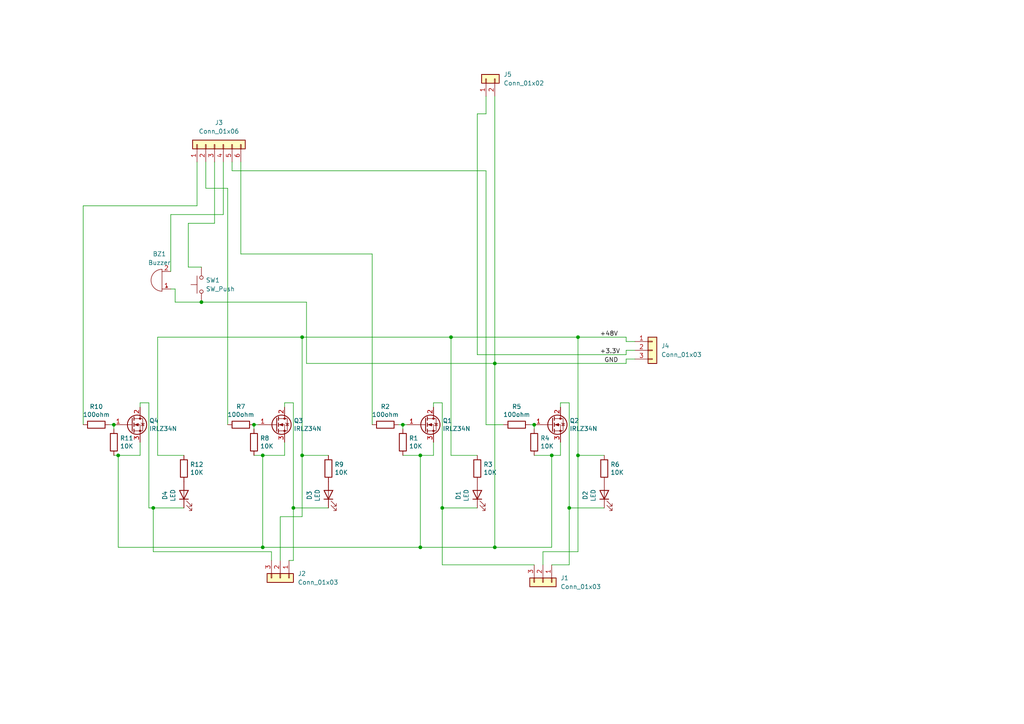
<source format=kicad_sch>
(kicad_sch (version 20250114) (generator "eeschema") (generator_version "9.0")
  (paper "A4")
  (lib_symbols
    (symbol "Connector_Generic:Conn_01x02" (pin_names (offset 1.016) (hide yes))
      (property "Reference" "J" (at 0 2.54 0))
      (property "Value" "Conn_01x02" (at 0 -5.08 0))
      (symbol "Conn_01x02_1_1"
        (rectangle (start -1.27 1.27) (end 1.27 -3.81) (stroke (width 0.254)) (fill (type background)))
        (rectangle (start -1.27 0.127) (end 0 -0.127) (stroke (width 0.1524)))
        (rectangle (start -1.27 -2.413) (end 0 -2.667) (stroke (width 0.1524)))
        (pin passive line (at -5.08 0 0) (length 3.81) (name "Pin_1") (number "1"))
        (pin passive line (at -5.08 -2.54 0) (length 3.81) (name "Pin_2") (number "2"))
      )
    )
    (symbol "Connector_Generic:Conn_01x03" (pin_names (offset 1.016) (hide yes))
      (property "Reference" "J" (at 0 5.08 0))
      (property "Value" "Conn_01x03" (at 0 -5.08 0))
      (symbol "Conn_01x03_1_1"
        (rectangle (start -1.27 3.81) (end 1.27 -3.81) (stroke (width 0.254)) (fill (type background)))
        (rectangle (start -1.27 2.667) (end 0 2.413) (stroke (width 0.1524)))
        (rectangle (start -1.27 0.127) (end 0 -0.127) (stroke (width 0.1524)))
        (rectangle (start -1.27 -2.413) (end 0 -2.667) (stroke (width 0.1524)))
        (pin passive line (at -5.08 2.54 0) (length 3.81) (name "Pin_1") (number "1"))
        (pin passive line (at -5.08 0 0) (length 3.81) (name "Pin_2") (number "2"))
        (pin passive line (at -5.08 -2.54 0) (length 3.81) (name "Pin_3") (number "3"))
      )
    )
    (symbol "Connector_Generic:Conn_01x06" (pin_names (offset 1.016) (hide yes))
      (property "Reference" "J" (at 0 7.62 0))
      (property "Value" "Conn_01x06" (at 0 -10.16 0))
      (symbol "Conn_01x06_1_1"
        (rectangle (start -1.27 6.35) (end 1.27 -8.89) (stroke (width 0.254)) (fill (type background)))
        (rectangle (start -1.27 5.207) (end 0 4.953) (stroke (width 0.1524)))
        (rectangle (start -1.27 2.667) (end 0 2.413) (stroke (width 0.1524)))
        (rectangle (start -1.27 0.127) (end 0 -0.127) (stroke (width 0.1524)))
        (rectangle (start -1.27 -2.413) (end 0 -2.667) (stroke (width 0.1524)))
        (rectangle (start -1.27 -4.953) (end 0 -5.207) (stroke (width 0.1524)))
        (rectangle (start -1.27 -7.493) (end 0 -7.747) (stroke (width 0.1524)))
        (pin passive line (at -5.08 5.08 0) (length 3.81) (name "Pin_1") (number "1"))
        (pin passive line (at -5.08 2.54 0) (length 3.81) (name "Pin_2") (number "2"))
        (pin passive line (at -5.08 0 0) (length 3.81) (name "Pin_3") (number "3"))
        (pin passive line (at -5.08 -2.54 0) (length 3.81) (name "Pin_4") (number "4"))
        (pin passive line (at -5.08 -5.08 0) (length 3.81) (name "Pin_5") (number "5"))
        (pin passive line (at -5.08 -7.62 0) (length 3.81) (name "Pin_6") (number "6"))
      )
    )
    (symbol "Device:Buzzer" (pin_names (offset 0.0254) (hide yes))
      (property "Reference" "BZ" (at 3.81 1.27 0))
      (property "Value" "Buzzer" (at 3.81 -1.27 0))
      (symbol "Buzzer_0_1"
        (polyline (pts (xy -1.651 1.905) (xy -1.143 1.905)))
        (polyline (pts (xy -1.397 2.159) (xy -1.397 1.651)))
        (arc (start 0 3.175) (mid 3.1612 0) (end 0 -3.175))
        (polyline (pts (xy 0 3.175) (xy 0 -3.175)))
      )
      (symbol "Buzzer_1_1"
        (pin passive line (at -2.54 2.54 0) (length 2.54) (name "+") (number "1"))
        (pin passive line (at -2.54 -2.54 0) (length 2.54) (name "-") (number "2"))
      )
    )
    (symbol "Device:LED" (pin_numbers (hide yes)) (pin_names (offset 1.016) (hide yes))
      (property "Reference" "D" (at 0 2.54 0))
      (property "Value" "LED" (at 0 -2.54 0))
      (symbol "LED_0_1"
        (polyline (pts (xy -3.048 -0.762) (xy -4.572 -2.286) (xy -3.81 -2.286) (xy -4.572 -2.286) (xy -4.572 -1.524)))
        (polyline (pts (xy -1.778 -0.762) (xy -3.302 -2.286) (xy -2.54 -2.286) (xy -3.302 -2.286) (xy -3.302 -1.524)))
        (polyline (pts (xy -1.27 0) (xy 1.27 0)))
        (polyline (pts (xy -1.27 -1.27) (xy -1.27 1.27)) (stroke (width 0.254)))
        (polyline (pts (xy 1.27 -1.27) (xy 1.27 1.27) (xy -1.27 0) (xy 1.27 -1.27)) (stroke (width 0.254)))
      )
      (symbol "LED_1_1"
        (pin passive line (at -3.81 0 0) (length 2.54) (name "K") (number "1"))
        (pin passive line (at 3.81 0 180) (length 2.54) (name "A") (number "2"))
      )
    )
    (symbol "Device:R" (pin_numbers (hide yes)) (pin_names (offset 0))
      (property "Reference" "R" (at 2.032 0 90))
      (property "Value" "R" (at 0 0 90))
      (symbol "R_0_1"
        (rectangle (start -1.016 -2.54) (end 1.016 2.54) (stroke (width 0.254)))
      )
      (symbol "R_1_1"
        (pin passive line (at 0 3.81 270) (length 1.27) (name "~") (number "1"))
        (pin passive line (at 0 -3.81 90) (length 1.27) (name "~") (number "2"))
      )
    )
    (symbol "Switch:SW_Push" (pin_numbers (hide yes)) (pin_names (offset 1.016) (hide yes))
      (property "Reference" "SW" (at 1.27 2.54 0))
      (property "Value" "SW_Push" (at 0 -1.524 0))
      (symbol "SW_Push_0_1"
        (circle (center -2.032 0) (radius 0.508))
        (polyline (pts (xy 0 1.27) (xy 0 3.048)))
        (circle (center 2.032 0) (radius 0.508))
        (polyline (pts (xy 2.54 1.27) (xy -2.54 1.27)))
        (pin passive line (at -5.08 0 0) (length 2.54) (name "1") (number "1"))
        (pin passive line (at 5.08 0 180) (length 2.54) (name "2") (number "2"))
      )
    )
    (symbol "Transistor_FET:IRLZ34N" (pin_names (hide yes))
      (property "Reference" "Q" (at 5.08 1.905 0))
      (property "Value" "IRLZ34N" (at 5.08 0 0))
      (symbol "IRLZ34N_0_1"
        (polyline (pts (xy 0.254 1.905) (xy 0.254 -1.905)) (stroke (width 0.254)))
        (polyline (pts (xy 0.254 0) (xy -2.54 0)))
        (polyline (pts (xy 0.762 2.286) (xy 0.762 1.27)) (stroke (width 0.254)))
        (polyline (pts (xy 0.762 0.508) (xy 0.762 -0.508)) (stroke (width 0.254)))
        (polyline (pts (xy 0.762 -1.27) (xy 0.762 -2.286)) (stroke (width 0.254)))
        (polyline (pts (xy 0.762 -1.778) (xy 3.302 -1.778) (xy 3.302 1.778) (xy 0.762 1.778)))
        (polyline (pts (xy 1.016 0) (xy 2.032 0.381) (xy 2.032 -0.381) (xy 1.016 0)) (fill (type outline)))
        (circle (center 1.651 0) (radius 2.794) (stroke (width 0.254)))
        (polyline (pts (xy 2.54 2.54) (xy 2.54 1.778)))
        (circle (center 2.54 1.778) (radius 0.254) (fill (type outline)))
        (circle (center 2.54 -1.778) (radius 0.254) (fill (type outline)))
        (polyline (pts (xy 2.54 -2.54) (xy 2.54 0) (xy 0.762 0)))
        (polyline (pts (xy 2.794 0.508) (xy 2.921 0.381) (xy 3.683 0.381) (xy 3.81 0.254)))
        (polyline (pts (xy 3.302 0.381) (xy 2.921 -0.254) (xy 3.683 -0.254) (xy 3.302 0.381)))
      )
      (symbol "IRLZ34N_1_1"
        (pin input line (at -5.08 0 0) (length 2.54) (name "G") (number "1"))
        (pin passive line (at 2.54 5.08 270) (length 2.54) (name "D") (number "2"))
        (pin passive line (at 2.54 -5.08 90) (length 2.54) (name "S") (number "3"))
      )
    )
  )
  (junction (at 130.81 97.79))
  (junction (at 76.2 158.75))
  (junction (at 34.29 132.08))
  (junction (at 85.09 147.32))
  (junction (at 87.63 97.79))
  (junction (at 167.64 132.08))
  (junction (at 44.45 147.32))
  (junction (at 73.66 123.19))
  (junction (at 160.02 132.08))
  (junction (at 87.63 132.08))
  (junction (at 116.84 123.19))
  (junction (at 33.02 123.19))
  (junction (at 165.1 147.32))
  (junction (at 121.92 158.75))
  (junction (at 121.92 132.08))
  (junction (at 167.64 97.79))
  (junction (at 143.51 105.41))
  (junction (at 128.27 147.32))
  (junction (at 76.2 132.08))
  (junction (at 143.51 158.75))
  (junction (at 154.94 123.19))
  (junction (at 58.42 87.63))
  (wire (pts (xy 181.61 101.6) (xy 181.61 102.87)))
  (wire (pts (xy 85.09 116.84) (xy 82.55 116.84)))
  (wire (pts (xy 85.09 162.56) (xy 83.82 162.56)))
  (wire (pts (xy 143.51 158.75) (xy 143.51 105.41)))
  (wire (pts (xy 76.2 158.75) (xy 121.92 158.75)))
  (wire (pts (xy 50.8 87.63) (xy 50.8 83.82)))
  (wire (pts (xy 44.45 160.02) (xy 78.74 160.02)))
  (wire (pts (xy 125.73 116.84) (xy 125.73 118.11)))
  (wire (pts (xy 165.1 147.32) (xy 165.1 116.84)))
  (wire (pts (xy 34.29 132.08) (xy 40.64 132.08)))
  (wire (pts (xy 138.43 102.87) (xy 181.61 102.87)))
  (wire (pts (xy 87.63 149.86) (xy 81.28 149.86)))
  (wire (pts (xy 162.56 132.08) (xy 162.56 128.27)))
  (wire (pts (xy 184.15 104.14) (xy 181.61 104.14)))
  (wire (pts (xy 43.18 147.32) (xy 43.18 116.84)))
  (wire (pts (xy 116.84 123.19) (xy 118.11 123.19)))
  (wire (pts (xy 130.81 97.79) (xy 167.64 97.79)))
  (wire (pts (xy 175.26 132.08) (xy 167.64 132.08)))
  (wire (pts (xy 181.61 104.14) (xy 181.61 105.41)))
  (wire (pts (xy 95.25 147.32) (xy 85.09 147.32)))
  (wire (pts (xy 54.61 64.77) (xy 54.61 77.47)))
  (wire (pts (xy 167.64 160.02) (xy 157.48 160.02)))
  (wire (pts (xy 34.29 158.75) (xy 76.2 158.75)))
  (wire (pts (xy 87.63 132.08) (xy 95.25 132.08)))
  (wire (pts (xy 62.23 46.99) (xy 62.23 64.77)))
  (wire (pts (xy 31.75 123.19) (xy 33.02 123.19)))
  (wire (pts (xy 125.73 132.08) (xy 125.73 128.27)))
  (wire (pts (xy 128.27 147.32) (xy 128.27 163.83)))
  (wire (pts (xy 24.13 59.69) (xy 57.15 59.69)))
  (wire (pts (xy 128.27 163.83) (xy 154.94 163.83)))
  (wire (pts (xy 53.34 147.32) (xy 44.45 147.32)))
  (wire (pts (xy 34.29 132.08) (xy 34.29 158.75)))
  (wire (pts (xy 138.43 33.02) (xy 138.43 102.87)))
  (wire (pts (xy 88.9 105.41) (xy 143.51 105.41)))
  (wire (pts (xy 76.2 132.08) (xy 76.2 158.75)))
  (wire (pts (xy 130.81 97.79) (xy 87.63 97.79)))
  (wire (pts (xy 73.66 132.08) (xy 76.2 132.08)))
  (wire (pts (xy 143.51 158.75) (xy 160.02 158.75)))
  (wire (pts (xy 24.13 59.69) (xy 24.13 123.19)))
  (wire (pts (xy 157.48 160.02) (xy 157.48 163.83)))
  (wire (pts (xy 128.27 147.32) (xy 128.27 116.84)))
  (wire (pts (xy 40.64 132.08) (xy 40.64 128.27)))
  (wire (pts (xy 76.2 132.08) (xy 82.55 132.08)))
  (wire (pts (xy 162.56 116.84) (xy 162.56 118.11)))
  (wire (pts (xy 138.43 33.02) (xy 140.97 33.02)))
  (wire (pts (xy 121.92 158.75) (xy 143.51 158.75)))
  (wire (pts (xy 58.42 87.63) (xy 50.8 87.63)))
  (wire (pts (xy 69.85 73.66) (xy 69.85 46.99)))
  (wire (pts (xy 58.42 87.63) (xy 88.9 87.63)))
  (wire (pts (xy 140.97 49.53) (xy 67.31 49.53)))
  (wire (pts (xy 165.1 147.32) (xy 165.1 163.83)))
  (wire (pts (xy 107.95 73.66) (xy 69.85 73.66)))
  (wire (pts (xy 78.74 160.02) (xy 78.74 162.56)))
  (wire (pts (xy 143.51 105.41) (xy 181.61 105.41)))
  (wire (pts (xy 167.64 97.79) (xy 181.61 97.79)))
  (wire (pts (xy 116.84 123.19) (xy 116.84 124.46)))
  (wire (pts (xy 81.28 149.86) (xy 81.28 162.56)))
  (wire (pts (xy 64.77 62.23) (xy 64.77 46.99)))
  (wire (pts (xy 50.8 83.82) (xy 49.53 83.82)))
  (wire (pts (xy 140.97 49.53) (xy 140.97 123.19)))
  (wire (pts (xy 49.53 62.23) (xy 64.77 62.23)))
  (wire (pts (xy 121.92 132.08) (xy 125.73 132.08)))
  (wire (pts (xy 181.61 99.06) (xy 181.61 97.79)))
  (wire (pts (xy 140.97 33.02) (xy 140.97 27.94)))
  (wire (pts (xy 82.55 116.84) (xy 82.55 118.11)))
  (wire (pts (xy 167.64 132.08) (xy 167.64 97.79)))
  (wire (pts (xy 44.45 147.32) (xy 44.45 160.02)))
  (wire (pts (xy 165.1 163.83) (xy 160.02 163.83)))
  (wire (pts (xy 54.61 77.47) (xy 58.42 77.47)))
  (wire (pts (xy 138.43 147.32) (xy 128.27 147.32)))
  (wire (pts (xy 116.84 132.08) (xy 121.92 132.08)))
  (wire (pts (xy 128.27 116.84) (xy 125.73 116.84)))
  (wire (pts (xy 121.92 132.08) (xy 121.92 158.75)))
  (wire (pts (xy 67.31 49.53) (xy 67.31 46.99)))
  (wire (pts (xy 165.1 116.84) (xy 162.56 116.84)))
  (wire (pts (xy 85.09 147.32) (xy 85.09 116.84)))
  (wire (pts (xy 184.15 101.6) (xy 181.61 101.6)))
  (wire (pts (xy 143.51 27.94) (xy 143.51 105.41)))
  (wire (pts (xy 184.15 99.06) (xy 181.61 99.06)))
  (wire (pts (xy 66.04 54.61) (xy 59.69 54.61)))
  (wire (pts (xy 160.02 132.08) (xy 160.02 158.75)))
  (wire (pts (xy 57.15 59.69) (xy 57.15 46.99)))
  (wire (pts (xy 87.63 97.79) (xy 87.63 132.08)))
  (wire (pts (xy 62.23 64.77) (xy 54.61 64.77)))
  (wire (pts (xy 66.04 54.61) (xy 66.04 123.19)))
  (wire (pts (xy 115.57 123.19) (xy 116.84 123.19)))
  (wire (pts (xy 59.69 54.61) (xy 59.69 46.99)))
  (wire (pts (xy 140.97 123.19) (xy 146.05 123.19)))
  (wire (pts (xy 82.55 132.08) (xy 82.55 128.27)))
  (wire (pts (xy 87.63 97.79) (xy 45.72 97.79)))
  (wire (pts (xy 45.72 132.08) (xy 53.34 132.08)))
  (wire (pts (xy 33.02 132.08) (xy 34.29 132.08)))
  (wire (pts (xy 85.09 147.32) (xy 85.09 162.56)))
  (wire (pts (xy 88.9 87.63) (xy 88.9 105.41)))
  (wire (pts (xy 49.53 78.74) (xy 49.53 62.23)))
  (wire (pts (xy 175.26 147.32) (xy 165.1 147.32)))
  (wire (pts (xy 33.02 123.19) (xy 33.02 124.46)))
  (wire (pts (xy 154.94 123.19) (xy 154.94 124.46)))
  (wire (pts (xy 73.66 123.19) (xy 74.93 123.19)))
  (wire (pts (xy 167.64 132.08) (xy 167.64 160.02)))
  (wire (pts (xy 154.94 132.08) (xy 160.02 132.08)))
  (wire (pts (xy 73.66 123.19) (xy 73.66 124.46)))
  (wire (pts (xy 43.18 116.84) (xy 40.64 116.84)))
  (wire (pts (xy 107.95 123.19) (xy 107.95 73.66)))
  (wire (pts (xy 44.45 147.32) (xy 43.18 147.32)))
  (wire (pts (xy 40.64 116.84) (xy 40.64 118.11)))
  (wire (pts (xy 153.67 123.19) (xy 154.94 123.19)))
  (wire (pts (xy 130.81 132.08) (xy 138.43 132.08)))
  (wire (pts (xy 160.02 132.08) (xy 162.56 132.08)))
  (wire (pts (xy 45.72 97.79) (xy 45.72 132.08)))
  (wire (pts (xy 87.63 149.86) (xy 87.63 132.08)))
  (wire (pts (xy 130.81 132.08) (xy 130.81 97.79)))
  (label "+3.3V" (at 173.99 102.87 0))
  (label "+48V" (at 173.99 97.79 0))
  (label "GND" (at 175.26 105.41 0))
  (symbol (lib_id "Transistor_FET:IRLZ34N") (at 123.19 123.19 0) (unit 1)
    (property "Reference" "Q1" (at 128.3716 122.0216 0) (effects (justify left)))
    (property "Value" "IRLZ34N" (at 128.3716 124.333 0) (effects (justify left)))
    (property "Footprint" "Package_TO_SOT_THT:TO-220-3_Vertical" (effects (hide yes)))
    (property "Datasheet" "http://www.infineon.com/dgdl/irlz34npbf.pdf?fileId=5546d462533600a40153567206892720" (effects (hide yes)))
  )
  (symbol (lib_id "Device:R") (at 111.76 123.19 270) (unit 1)
    (property "Reference" "R2" (at 111.76 117.9322 90))
    (property "Value" "100ohm" (at 111.76 120.2436 90))
    (property "Footprint" "Resistor_THT:R_Axial_DIN0204_L3.6mm_D1.6mm_P7.62mm_Horizontal" (effects (hide yes)))
  )
  (symbol (lib_id "Device:LED") (at 138.43 143.51 90) (unit 1)
    (property "Reference" "D1" (at 132.9182 143.6878 0))
    (property "Value" "LED" (at 135.2296 143.6878 0))
    (property "Footprint" "LED_THT:LED_D5.0mm" (effects (hide yes)))
  )
  (symbol (lib_id "Device:R") (at 116.84 128.27 0) (unit 1)
    (property "Reference" "R1" (at 118.618 127.1016 0) (effects (justify left)))
    (property "Value" "10K" (at 118.618 129.413 0) (effects (justify left)))
    (property "Footprint" "Resistor_THT:R_Axial_DIN0204_L3.6mm_D1.6mm_P7.62mm_Horizontal" (effects (hide yes)))
  )
  (symbol (lib_id "Device:R") (at 138.43 135.89 0) (unit 1)
    (property "Reference" "R3" (at 140.208 134.7216 0) (effects (justify left)))
    (property "Value" "10K" (at 140.208 137.033 0) (effects (justify left)))
    (property "Footprint" "Resistor_THT:R_Axial_DIN0204_L3.6mm_D1.6mm_P7.62mm_Horizontal" (effects (hide yes)))
  )
  (symbol (lib_id "Device:LED") (at 175.26 143.51 90) (unit 1)
    (property "Reference" "D2" (at 169.7482 143.6878 0))
    (property "Value" "LED" (at 172.0596 143.6878 0))
    (property "Footprint" "LED_THT:LED_D5.0mm" (effects (hide yes)))
  )
  (symbol (lib_id "Device:R") (at 154.94 128.27 0) (unit 1)
    (property "Reference" "R4" (at 156.718 127.1016 0) (effects (justify left)))
    (property "Value" "10K" (at 156.718 129.413 0) (effects (justify left)))
    (property "Footprint" "Resistor_THT:R_Axial_DIN0204_L3.6mm_D1.6mm_P7.62mm_Horizontal" (effects (hide yes)))
  )
  (symbol (lib_id "Device:R") (at 149.86 123.19 270) (unit 1)
    (property "Reference" "R5" (at 149.86 117.9322 90))
    (property "Value" "100ohm" (at 149.86 120.2436 90))
    (property "Footprint" "Resistor_THT:R_Axial_DIN0204_L3.6mm_D1.6mm_P7.62mm_Horizontal" (effects (hide yes)))
  )
  (symbol (lib_id "Transistor_FET:IRLZ34N") (at 160.02 123.19 0) (unit 1)
    (property "Reference" "Q2" (at 165.2016 122.0216 0) (effects (justify left)))
    (property "Value" "IRLZ34N" (at 165.2016 124.333 0) (effects (justify left)))
    (property "Footprint" "Package_TO_SOT_THT:TO-220-3_Vertical" (effects (hide yes)))
    (property "Datasheet" "http://www.infineon.com/dgdl/irlz34npbf.pdf?fileId=5546d462533600a40153567206892720" (effects (hide yes)))
  )
  (symbol (lib_id "Device:R") (at 175.26 135.89 0) (unit 1)
    (property "Reference" "R6" (at 177.038 134.7216 0) (effects (justify left)))
    (property "Value" "10K" (at 177.038 137.033 0) (effects (justify left)))
    (property "Footprint" "Resistor_THT:R_Axial_DIN0204_L3.6mm_D1.6mm_P7.62mm_Horizontal" (effects (hide yes)))
  )
  (symbol (lib_id "Connector_Generic:Conn_01x03") (at 157.48 168.91 270) (unit 1)
    (property "Reference" "J1" (at 162.56 167.6399 90) (effects (justify left)))
    (property "Value" "Conn_01x03" (at 162.56 170.1799 90) (effects (justify left)))
    (property "Footprint" "Connector_Molex:Molex_KK-254_AE-6410-03A_1x03_P2.54mm_Vertical" (effects (hide yes)))
    (property "Description" "Generic connector, single row, 01x03, script generated (kicad-library-utils/schlib/autogen/connector/)" (effects (hide yes)))
  )
  (symbol (lib_id "Connector_Generic:Conn_01x02") (at 140.97 22.86 90) (unit 1)
    (property "Reference" "J5" (at 146.05 21.5899 90) (effects (justify right)))
    (property "Value" "Conn_01x02" (at 146.05 24.1299 90) (effects (justify right)))
    (property "Footprint" "Connector_Molex:Molex_KK-254_AE-6410-02A_1x02_P2.54mm_Vertical" (effects (hide yes)))
    (property "Description" "Generic connector, single row, 01x02, script generated (kicad-library-utils/schlib/autogen/connector/)" (effects (hide yes)))
  )
  (symbol (lib_id "Connector_Generic:Conn_01x03") (at 81.28 167.64 270) (unit 1)
    (property "Reference" "J2" (at 86.36 166.3699 90) (effects (justify left)))
    (property "Value" "Conn_01x03" (at 86.36 168.9099 90) (effects (justify left)))
    (property "Footprint" "Connector_Molex:Molex_KK-254_AE-6410-03A_1x03_P2.54mm_Vertical" (effects (hide yes)))
    (property "Description" "Generic connector, single row, 01x03, script generated (kicad-library-utils/schlib/autogen/connector/)" (effects (hide yes)))
  )
  (symbol (lib_id "Transistor_FET:IRLZ34N") (at 38.1 123.19 0) (unit 1)
    (property "Reference" "Q4" (at 43.2816 122.0216 0) (effects (justify left)))
    (property "Value" "IRLZ34N" (at 43.2816 124.333 0) (effects (justify left)))
    (property "Footprint" "Package_TO_SOT_THT:TO-220-3_Vertical" (effects (hide yes)))
    (property "Datasheet" "http://www.infineon.com/dgdl/irlz34npbf.pdf?fileId=5546d462533600a40153567206892720" (effects (hide yes)))
  )
  (symbol (lib_id "Device:R") (at 33.02 128.27 0) (unit 1)
    (property "Reference" "R11" (at 34.798 127.1016 0) (effects (justify left)))
    (property "Value" "10K" (at 34.798 129.413 0) (effects (justify left)))
    (property "Footprint" "Resistor_THT:R_Axial_DIN0204_L3.6mm_D1.6mm_P7.62mm_Horizontal" (effects (hide yes)))
  )
  (symbol (lib_id "Connector_Generic:Conn_01x06") (at 62.23 41.91 90) (unit 1)
    (property "Reference" "J3" (at 63.5 35.56 90))
    (property "Value" "Conn_01x06" (at 63.5 38.1 90))
    (property "Footprint" "Connector_Molex:Molex_KK-254_AE-6410-06A_1x06_P2.54mm_Vertical" (effects (hide yes)))
    (property "Description" "Generic connector, single row, 01x06, script generated (kicad-library-utils/schlib/autogen/connector/)" (effects (hide yes)))
  )
  (symbol (lib_id "Device:R") (at 53.34 135.89 0) (unit 1)
    (property "Reference" "R12" (at 55.118 134.7216 0) (effects (justify left)))
    (property "Value" "10K" (at 55.118 137.033 0) (effects (justify left)))
    (property "Footprint" "Resistor_THT:R_Axial_DIN0204_L3.6mm_D1.6mm_P7.62mm_Horizontal" (effects (hide yes)))
  )
  (symbol (lib_id "Transistor_FET:IRLZ34N") (at 80.01 123.19 0) (unit 1)
    (property "Reference" "Q3" (at 85.1916 122.0216 0) (effects (justify left)))
    (property "Value" "IRLZ34N" (at 85.1916 124.333 0) (effects (justify left)))
    (property "Footprint" "Package_TO_SOT_THT:TO-220-3_Vertical" (effects (hide yes)))
    (property "Datasheet" "http://www.infineon.com/dgdl/irlz34npbf.pdf?fileId=5546d462533600a40153567206892720" (effects (hide yes)))
  )
  (symbol (lib_id "Device:R") (at 73.66 128.27 0) (unit 1)
    (property "Reference" "R8" (at 75.438 127.1016 0) (effects (justify left)))
    (property "Value" "10K" (at 75.438 129.413 0) (effects (justify left)))
    (property "Footprint" "Resistor_THT:R_Axial_DIN0204_L3.6mm_D1.6mm_P7.62mm_Horizontal" (effects (hide yes)))
  )
  (symbol (lib_id "Device:R") (at 27.94 123.19 270) (unit 1)
    (property "Reference" "R10" (at 27.94 117.9322 90))
    (property "Value" "100ohm" (at 27.94 120.2436 90))
    (property "Footprint" "Resistor_THT:R_Axial_DIN0204_L3.6mm_D1.6mm_P7.62mm_Horizontal" (effects (hide yes)))
  )
  (symbol (lib_id "Device:LED") (at 53.34 143.51 90) (unit 1)
    (property "Reference" "D4" (at 47.8282 143.6878 0))
    (property "Value" "LED" (at 50.1396 143.6878 0))
    (property "Footprint" "LED_THT:LED_D5.0mm" (effects (hide yes)))
  )
  (symbol (lib_id "Device:R") (at 69.85 123.19 270) (unit 1)
    (property "Reference" "R7" (at 69.85 117.9322 90))
    (property "Value" "100ohm" (at 69.85 120.2436 90))
    (property "Footprint" "Resistor_THT:R_Axial_DIN0204_L3.6mm_D1.6mm_P7.62mm_Horizontal" (effects (hide yes)))
  )
  (symbol (lib_id "Device:Buzzer") (at 46.99 81.28 180) (unit 1)
    (property "Reference" "BZ1" (at 46.2349 73.66 0))
    (property "Value" "Buzzer" (at 46.2349 76.2 0))
    (property "Footprint" "Buzzer_Beeper:Buzzer_15x7.5RM7.6" (effects (hide yes)))
    (property "Description" "Buzzer, polarized" (effects (hide yes)))
  )
  (symbol (lib_id "Device:LED") (at 95.25 143.51 90) (unit 1)
    (property "Reference" "D3" (at 89.7382 143.6878 0))
    (property "Value" "LED" (at 92.0496 143.6878 0))
    (property "Footprint" "LED_THT:LED_D5.0mm" (effects (hide yes)))
  )
  (symbol (lib_id "Connector_Generic:Conn_01x03") (at 189.23 101.6 0) (unit 1)
    (property "Reference" "J4" (at 191.77 100.3299 0) (effects (justify left)))
    (property "Value" "Conn_01x03" (at 191.77 102.8699 0) (effects (justify left)))
    (property "Footprint" "Connector_Molex:Molex_KK-254_AE-6410-03A_1x03_P2.54mm_Vertical" (effects (hide yes)))
    (property "Description" "Generic connector, single row, 01x03, script generated (kicad-library-utils/schlib/autogen/connector/)" (effects (hide yes)))
  )
  (symbol (lib_id "Device:R") (at 95.25 135.89 0) (unit 1)
    (property "Reference" "R9" (at 97.028 134.7216 0) (effects (justify left)))
    (property "Value" "10K" (at 97.028 137.033 0) (effects (justify left)))
    (property "Footprint" "Resistor_THT:R_Axial_DIN0204_L3.6mm_D1.6mm_P7.62mm_Horizontal" (effects (hide yes)))
  )
  (symbol (lib_id "Switch:SW_Push") (at 58.42 82.55 90) (unit 1)
    (property "Reference" "SW1" (at 59.69 81.2799 90) (effects (justify right)))
    (property "Value" "SW_Push" (at 59.69 83.8199 90) (effects (justify right)))
    (property "Footprint" "Button_Switch_THT:SW_PUSH-12mm" (effects (hide yes)))
    (property "Description" "Push button switch, generic, two pins" (effects (hide yes)))
  )
)
</source>
